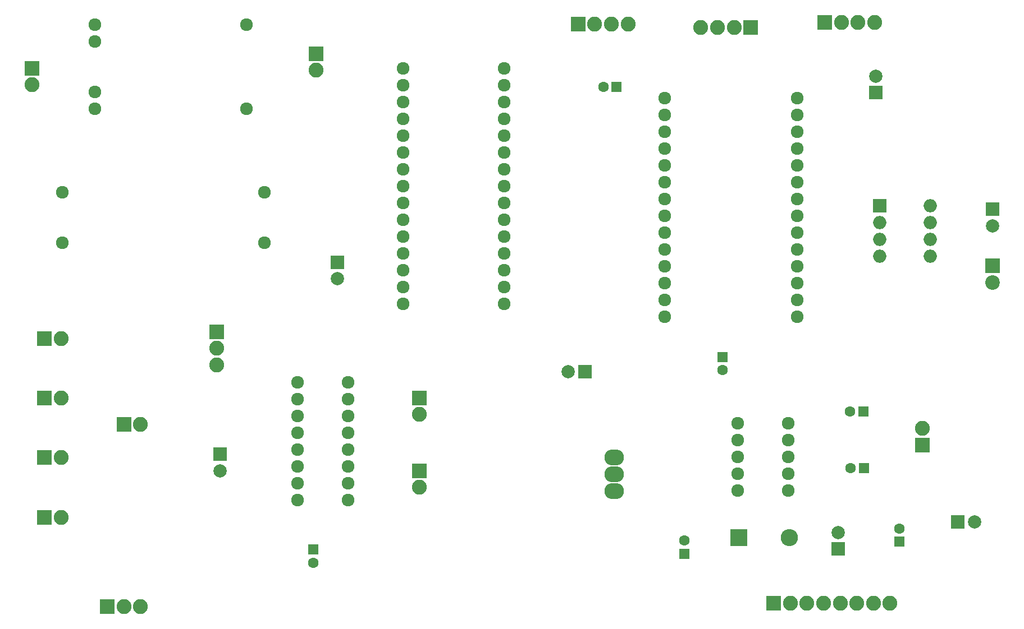
<source format=gbr>
G04 #@! TF.FileFunction,Soldermask,Bot*
%FSLAX46Y46*%
G04 Gerber Fmt 4.6, Leading zero omitted, Abs format (unit mm)*
G04 Created by KiCad (PCBNEW 4.0.5) date 07/04/17 20:38:32*
%MOMM*%
%LPD*%
G01*
G04 APERTURE LIST*
%ADD10C,0.100000*%
%ADD11R,2.600000X2.600000*%
%ADD12O,2.600000X2.600000*%
%ADD13R,1.600000X1.600000*%
%ADD14C,1.600000*%
%ADD15R,2.000000X2.000000*%
%ADD16C,2.000000*%
%ADD17R,2.200000X2.200000*%
%ADD18C,2.200000*%
%ADD19R,2.250000X2.250000*%
%ADD20C,2.250000*%
%ADD21O,2.940000X2.432000*%
%ADD22C,1.924000*%
%ADD23O,2.000000X2.000000*%
G04 APERTURE END LIST*
D10*
D11*
X173700000Y-134100000D03*
D12*
X181320000Y-134100000D03*
D13*
X109500000Y-135900000D03*
D14*
X109500000Y-137900000D03*
D15*
X206760000Y-131685000D03*
D16*
X209260000Y-131685000D03*
D15*
X113200000Y-92500000D03*
D16*
X113200000Y-95000000D03*
D15*
X95500000Y-121500000D03*
D16*
X95500000Y-124000000D03*
D15*
X150500000Y-109000000D03*
D16*
X148000000Y-109000000D03*
D13*
X155300000Y-66000000D03*
D14*
X153300000Y-66000000D03*
D13*
X171300000Y-106800000D03*
D14*
X171300000Y-108800000D03*
D15*
X212000000Y-84500000D03*
D16*
X212000000Y-87000000D03*
D15*
X188700000Y-135800000D03*
D16*
X188700000Y-133300000D03*
D15*
X194400000Y-66900000D03*
D16*
X194400000Y-64400000D03*
D13*
X197900000Y-134700000D03*
D14*
X197900000Y-132700000D03*
D13*
X192600000Y-123600000D03*
D14*
X190600000Y-123600000D03*
D13*
X165500000Y-136500000D03*
D14*
X165500000Y-134500000D03*
D13*
X192500000Y-115000000D03*
D14*
X190500000Y-115000000D03*
D17*
X212000000Y-93000000D03*
D18*
X212000000Y-95540000D03*
D19*
X67100000Y-63200000D03*
D20*
X67100000Y-65700000D03*
D19*
X95000000Y-103000000D03*
D20*
X95000000Y-105500000D03*
X95000000Y-108000000D03*
D19*
X69000000Y-131000000D03*
D20*
X71500000Y-131000000D03*
D19*
X69000000Y-122000000D03*
D20*
X71500000Y-122000000D03*
D19*
X69000000Y-113000000D03*
D20*
X71500000Y-113000000D03*
D19*
X69000000Y-104000000D03*
D20*
X71500000Y-104000000D03*
D19*
X78500000Y-144500000D03*
D20*
X81000000Y-144500000D03*
X83500000Y-144500000D03*
D19*
X110000000Y-61000000D03*
D20*
X110000000Y-63500000D03*
D19*
X125500000Y-113000000D03*
D20*
X125500000Y-115500000D03*
D19*
X125500000Y-124000000D03*
D20*
X125500000Y-126500000D03*
D19*
X149500000Y-56500000D03*
D20*
X152000000Y-56500000D03*
X154500000Y-56500000D03*
X157000000Y-56500000D03*
D19*
X175500000Y-57000000D03*
D20*
X173000000Y-57000000D03*
X170500000Y-57000000D03*
X168000000Y-57000000D03*
D19*
X186700000Y-56300000D03*
D20*
X189200000Y-56300000D03*
X191700000Y-56300000D03*
X194200000Y-56300000D03*
D19*
X179000000Y-144000000D03*
D20*
X181500000Y-144000000D03*
X184000000Y-144000000D03*
X186500000Y-144000000D03*
X189000000Y-144000000D03*
X191500000Y-144000000D03*
X194000000Y-144000000D03*
X196500000Y-144000000D03*
D19*
X201400000Y-120100000D03*
D20*
X201400000Y-117600000D03*
D19*
X81000000Y-117000000D03*
D20*
X83500000Y-117000000D03*
D21*
X154900000Y-124500000D03*
X154900000Y-127040000D03*
X154900000Y-121960000D03*
D22*
X102140000Y-89510000D03*
X102140000Y-81890000D03*
X71660000Y-89510000D03*
X71660000Y-81890000D03*
X76570000Y-66810000D03*
X76570000Y-59190000D03*
X76570000Y-56650000D03*
X76570000Y-69350000D03*
X99430000Y-56650000D03*
X99430000Y-69350000D03*
X114810000Y-120770000D03*
X114810000Y-123310000D03*
X114810000Y-125850000D03*
X114810000Y-128390000D03*
X114810000Y-118230000D03*
X114810000Y-115690000D03*
X114810000Y-113150000D03*
X114810000Y-110610000D03*
X107190000Y-128390000D03*
X107190000Y-125850000D03*
X107190000Y-123310000D03*
X107190000Y-120770000D03*
X107190000Y-118230000D03*
X107190000Y-115690000D03*
X107190000Y-113150000D03*
X107190000Y-110610000D03*
X138320000Y-83540000D03*
X138320000Y-86080000D03*
X138320000Y-88620000D03*
X138320000Y-91160000D03*
X138320000Y-93700000D03*
X138320000Y-96240000D03*
X138320000Y-98780000D03*
X138320000Y-81000000D03*
X138320000Y-78460000D03*
X138320000Y-75920000D03*
X138320000Y-73380000D03*
X138320000Y-70840000D03*
X138320000Y-68300000D03*
X138320000Y-65760000D03*
X138320000Y-63220000D03*
X123080000Y-63220000D03*
X123080000Y-65760000D03*
X123080000Y-68300000D03*
X123080000Y-70840000D03*
X123080000Y-73380000D03*
X123080000Y-75920000D03*
X123080000Y-78460000D03*
X123080000Y-81000000D03*
X123080000Y-83540000D03*
X123080000Y-86080000D03*
X123080000Y-88620000D03*
X123080000Y-91160000D03*
X123080000Y-93700000D03*
X123080000Y-96240000D03*
X123080000Y-98780000D03*
X182500000Y-100700000D03*
X182500000Y-98160000D03*
X182500000Y-95620000D03*
X182500000Y-93080000D03*
X182500000Y-90540000D03*
X182500000Y-88000000D03*
X182500000Y-85460000D03*
X182500000Y-82920000D03*
X182500000Y-80380000D03*
X182500000Y-77840000D03*
X182500000Y-75300000D03*
X182500000Y-72760000D03*
X182500000Y-70220000D03*
X182500000Y-67680000D03*
X162500000Y-100700000D03*
X162500000Y-98160000D03*
X162500000Y-95620000D03*
X162500000Y-93080000D03*
X162500000Y-90540000D03*
X162500000Y-88000000D03*
X162500000Y-85460000D03*
X162500000Y-82920000D03*
X162500000Y-80380000D03*
X162500000Y-77840000D03*
X162500000Y-75300000D03*
X162500000Y-72760000D03*
X162500000Y-70220000D03*
X162500000Y-67680000D03*
X181210000Y-121900000D03*
X181210000Y-124440000D03*
X181210000Y-126980000D03*
X181210000Y-119360000D03*
X181210000Y-116820000D03*
X173590000Y-121900000D03*
X173590000Y-124440000D03*
X173590000Y-126980000D03*
X173590000Y-119360000D03*
X173590000Y-116820000D03*
D15*
X195000000Y-84000000D03*
D23*
X202620000Y-91620000D03*
X195000000Y-86540000D03*
X202620000Y-89080000D03*
X195000000Y-89080000D03*
X202620000Y-86540000D03*
X195000000Y-91620000D03*
X202620000Y-84000000D03*
M02*

</source>
